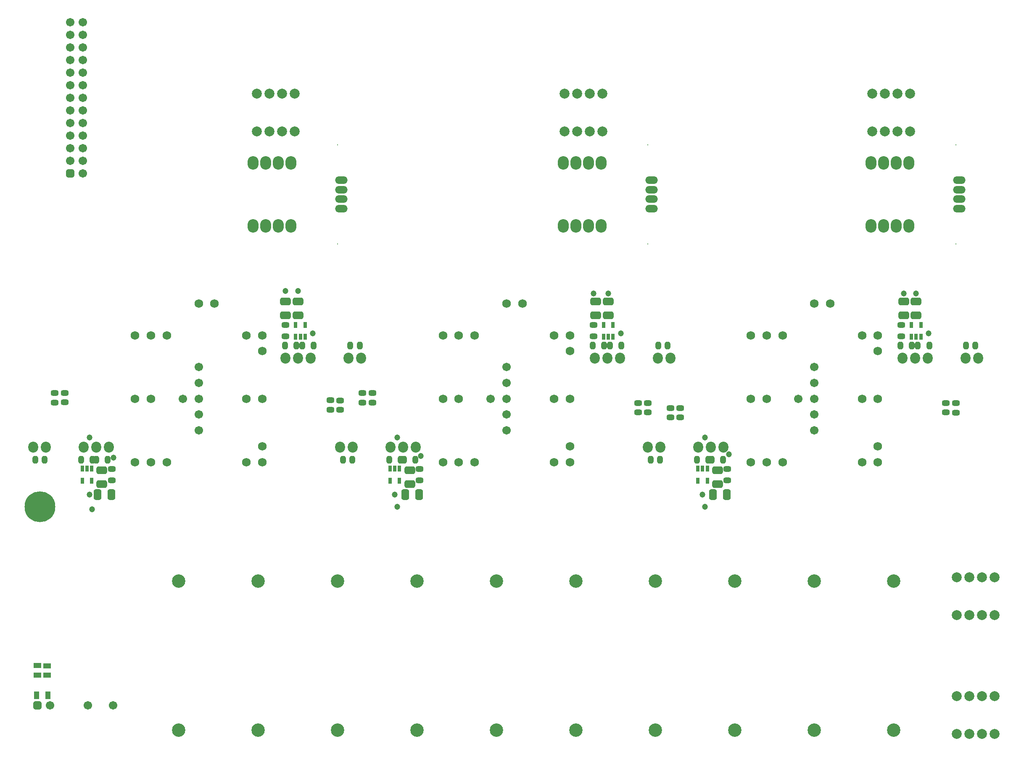
<source format=gbs>
G04*
G04 #@! TF.GenerationSoftware,Altium Limited,Altium Designer,24.1.2 (44)*
G04*
G04 Layer_Color=16711935*
%FSLAX44Y44*%
%MOMM*%
G71*
G04*
G04 #@! TF.SameCoordinates,79274CF1-F64A-4BB2-BB1D-09D00C332B84*
G04*
G04*
G04 #@! TF.FilePolarity,Negative*
G04*
G01*
G75*
%ADD45C,1.2032*%
%ADD46R,1.1032X1.5032*%
G04:AMPARAMS|DCode=50|XSize=2.1532mm|YSize=1.6032mm|CornerRadius=0.4516mm|HoleSize=0mm|Usage=FLASHONLY|Rotation=0.000|XOffset=0mm|YOffset=0mm|HoleType=Round|Shape=RoundedRectangle|*
%AMROUNDEDRECTD50*
21,1,2.1532,0.7000,0,0,0.0*
21,1,1.2500,1.6032,0,0,0.0*
1,1,0.9032,0.6250,-0.3500*
1,1,0.9032,-0.6250,-0.3500*
1,1,0.9032,-0.6250,0.3500*
1,1,0.9032,0.6250,0.3500*
%
%ADD50ROUNDEDRECTD50*%
G04:AMPARAMS|DCode=54|XSize=2.1532mm|YSize=1.6032mm|CornerRadius=0.4516mm|HoleSize=0mm|Usage=FLASHONLY|Rotation=90.000|XOffset=0mm|YOffset=0mm|HoleType=Round|Shape=RoundedRectangle|*
%AMROUNDEDRECTD54*
21,1,2.1532,0.7000,0,0,90.0*
21,1,1.2500,1.6032,0,0,90.0*
1,1,0.9032,0.3500,0.6250*
1,1,0.9032,0.3500,-0.6250*
1,1,0.9032,-0.3500,-0.6250*
1,1,0.9032,-0.3500,0.6250*
%
%ADD54ROUNDEDRECTD54*%
G04:AMPARAMS|DCode=55|XSize=1.1032mm|YSize=1.5032mm|CornerRadius=0.3266mm|HoleSize=0mm|Usage=FLASHONLY|Rotation=180.000|XOffset=0mm|YOffset=0mm|HoleType=Round|Shape=RoundedRectangle|*
%AMROUNDEDRECTD55*
21,1,1.1032,0.8500,0,0,180.0*
21,1,0.4500,1.5032,0,0,180.0*
1,1,0.6532,-0.2250,0.4250*
1,1,0.6532,0.2250,0.4250*
1,1,0.6532,0.2250,-0.4250*
1,1,0.6532,-0.2250,-0.4250*
%
%ADD55ROUNDEDRECTD55*%
G04:AMPARAMS|DCode=56|XSize=1.1032mm|YSize=1.5032mm|CornerRadius=0.3266mm|HoleSize=0mm|Usage=FLASHONLY|Rotation=270.000|XOffset=0mm|YOffset=0mm|HoleType=Round|Shape=RoundedRectangle|*
%AMROUNDEDRECTD56*
21,1,1.1032,0.8500,0,0,270.0*
21,1,0.4500,1.5032,0,0,270.0*
1,1,0.6532,-0.4250,-0.2250*
1,1,0.6532,-0.4250,0.2250*
1,1,0.6532,0.4250,0.2250*
1,1,0.6532,0.4250,-0.2250*
%
%ADD56ROUNDEDRECTD56*%
%ADD59R,1.5032X1.1032*%
%ADD69C,2.7032*%
%ADD70O,2.2032X2.7032*%
%ADD71O,2.5032X1.5032*%
%ADD72C,0.2032*%
%ADD73O,2.0032X2.2032*%
%ADD74C,1.7032*%
G04:AMPARAMS|DCode=75|XSize=1.7032mm|YSize=1.7032mm|CornerRadius=0.4766mm|HoleSize=0mm|Usage=FLASHONLY|Rotation=90.000|XOffset=0mm|YOffset=0mm|HoleType=Round|Shape=RoundedRectangle|*
%AMROUNDEDRECTD75*
21,1,1.7032,0.7500,0,0,90.0*
21,1,0.7500,1.7032,0,0,90.0*
1,1,0.9532,0.3750,0.3750*
1,1,0.9532,0.3750,-0.3750*
1,1,0.9532,-0.3750,-0.3750*
1,1,0.9532,-0.3750,0.3750*
%
%ADD75ROUNDEDRECTD75*%
%ADD76C,2.0032*%
G04:AMPARAMS|DCode=77|XSize=1.7032mm|YSize=1.7032mm|CornerRadius=0.4766mm|HoleSize=0mm|Usage=FLASHONLY|Rotation=0.000|XOffset=0mm|YOffset=0mm|HoleType=Round|Shape=RoundedRectangle|*
%AMROUNDEDRECTD77*
21,1,1.7032,0.7500,0,0,0.0*
21,1,0.7500,1.7032,0,0,0.0*
1,1,0.9532,0.3750,-0.3750*
1,1,0.9532,-0.3750,-0.3750*
1,1,0.9532,-0.3750,0.3750*
1,1,0.9532,0.3750,0.3750*
%
%ADD77ROUNDEDRECTD77*%
%ADD78C,1.7272*%
%ADD79C,6.2032*%
G04:AMPARAMS|DCode=100|XSize=0.7516mm|YSize=1.2016mm|CornerRadius=0.2133mm|HoleSize=0mm|Usage=FLASHONLY|Rotation=0.000|XOffset=0mm|YOffset=0mm|HoleType=Round|Shape=RoundedRectangle|*
%AMROUNDEDRECTD100*
21,1,0.7516,0.7750,0,0,0.0*
21,1,0.3250,1.2016,0,0,0.0*
1,1,0.4266,0.1625,-0.3875*
1,1,0.4266,-0.1625,-0.3875*
1,1,0.4266,-0.1625,0.3875*
1,1,0.4266,0.1625,0.3875*
%
%ADD100ROUNDEDRECTD100*%
D45*
X595000Y850000D02*
D03*
X193758Y599309D02*
D03*
X760000Y525000D02*
D03*
X812801Y602253D02*
D03*
X1385000Y640000D02*
D03*
X145000Y525000D02*
D03*
Y640000D02*
D03*
X1432901Y605678D02*
D03*
X1380000Y525000D02*
D03*
X765000Y640000D02*
D03*
X150000Y495000D02*
D03*
X1215000Y850000D02*
D03*
X1835000D02*
D03*
X1385000Y500000D02*
D03*
X765000D02*
D03*
X1810000Y930000D02*
D03*
X1190000D02*
D03*
X565000Y935000D02*
D03*
X1160000Y930000D02*
D03*
X540000Y935000D02*
D03*
X1785000Y930000D02*
D03*
D46*
X61500Y120000D02*
D03*
X38500D02*
D03*
D50*
X170000Y574000D02*
D03*
Y546000D02*
D03*
X790000Y574000D02*
D03*
Y546000D02*
D03*
X1410000Y574000D02*
D03*
Y546000D02*
D03*
X1810000Y886000D02*
D03*
Y914000D02*
D03*
X1785000D02*
D03*
Y886000D02*
D03*
X565000Y914000D02*
D03*
Y886000D02*
D03*
X1190000Y914000D02*
D03*
Y886000D02*
D03*
X1165000D02*
D03*
Y914000D02*
D03*
X540000Y886000D02*
D03*
Y914000D02*
D03*
D54*
X189000Y525000D02*
D03*
X161000D02*
D03*
X1429000D02*
D03*
X1401000D02*
D03*
X809000D02*
D03*
X781000D02*
D03*
D55*
X689500Y825000D02*
D03*
X670500D02*
D03*
X674500Y595000D02*
D03*
X655500D02*
D03*
X1929500Y825000D02*
D03*
X1910500D02*
D03*
X1294500Y595000D02*
D03*
X1275500D02*
D03*
X771500D02*
D03*
X748500D02*
D03*
X1391500D02*
D03*
X1368500D02*
D03*
X1309500Y825000D02*
D03*
X1290500D02*
D03*
X778500Y595000D02*
D03*
X801500D02*
D03*
X158500D02*
D03*
X181500D02*
D03*
X55000D02*
D03*
X36000D02*
D03*
X1193500Y825000D02*
D03*
X1216500D02*
D03*
X596500D02*
D03*
X573500D02*
D03*
X561500D02*
D03*
X538500D02*
D03*
X1181500D02*
D03*
X1158500D02*
D03*
X1801500D02*
D03*
X1778500D02*
D03*
X1836500D02*
D03*
X1813500D02*
D03*
X1398500Y595000D02*
D03*
X1421500D02*
D03*
X128500D02*
D03*
X151500D02*
D03*
D56*
X1870000Y709500D02*
D03*
Y690500D02*
D03*
X650000Y714500D02*
D03*
Y695500D02*
D03*
X715000Y710500D02*
D03*
Y729500D02*
D03*
X695000Y710500D02*
D03*
Y729500D02*
D03*
X1335000Y680500D02*
D03*
Y699500D02*
D03*
X1315000Y680500D02*
D03*
Y699500D02*
D03*
X630000Y715000D02*
D03*
Y696000D02*
D03*
X1270000Y709500D02*
D03*
Y690500D02*
D03*
X1250000Y709500D02*
D03*
Y690500D02*
D03*
X1890000Y709000D02*
D03*
Y690000D02*
D03*
X1780000Y866500D02*
D03*
Y843500D02*
D03*
X1160000Y866500D02*
D03*
Y843500D02*
D03*
X540000Y866500D02*
D03*
Y843500D02*
D03*
X1430000Y553500D02*
D03*
Y576500D02*
D03*
X810000Y553500D02*
D03*
Y576500D02*
D03*
X190000Y553500D02*
D03*
Y576500D02*
D03*
X95000Y711000D02*
D03*
Y730000D02*
D03*
X75000Y710500D02*
D03*
Y729500D02*
D03*
D59*
X60000Y160500D02*
D03*
Y179500D02*
D03*
X40000Y161000D02*
D03*
Y180000D02*
D03*
D69*
X965000Y350000D02*
D03*
Y50000D02*
D03*
X805000Y350000D02*
D03*
Y50000D02*
D03*
X1765000D02*
D03*
Y350000D02*
D03*
X1605000Y50000D02*
D03*
Y350000D02*
D03*
X1445000Y50000D02*
D03*
Y350000D02*
D03*
X1285000Y50000D02*
D03*
Y350000D02*
D03*
X1125000Y50000D02*
D03*
Y350000D02*
D03*
X645000Y50000D02*
D03*
Y350000D02*
D03*
X485000Y50000D02*
D03*
Y350000D02*
D03*
X325000Y50000D02*
D03*
Y350000D02*
D03*
D70*
X525000Y1193500D02*
D03*
Y1066500D02*
D03*
X550400D02*
D03*
Y1193500D02*
D03*
X474200D02*
D03*
Y1066500D02*
D03*
X499600D02*
D03*
Y1193500D02*
D03*
X1770000D02*
D03*
Y1066500D02*
D03*
X1795400D02*
D03*
Y1193500D02*
D03*
X1719200D02*
D03*
Y1066500D02*
D03*
X1744600D02*
D03*
Y1193500D02*
D03*
X1150000D02*
D03*
Y1066500D02*
D03*
X1175400D02*
D03*
Y1193500D02*
D03*
X1099200D02*
D03*
Y1066500D02*
D03*
X1124600D02*
D03*
Y1193500D02*
D03*
D71*
X652000Y1101430D02*
D03*
Y1120475D02*
D03*
Y1158570D02*
D03*
Y1139520D02*
D03*
X1897000Y1101430D02*
D03*
Y1120475D02*
D03*
Y1158570D02*
D03*
Y1139520D02*
D03*
X1277000Y1101430D02*
D03*
Y1120475D02*
D03*
Y1158570D02*
D03*
Y1139520D02*
D03*
D72*
X645000Y1030000D02*
D03*
Y1230000D02*
D03*
X1890000Y1030000D02*
D03*
Y1230000D02*
D03*
X1270000Y1030000D02*
D03*
Y1230000D02*
D03*
D73*
X692000Y800000D02*
D03*
X666600D02*
D03*
X590400D02*
D03*
X565000D02*
D03*
X539600D02*
D03*
X1782600D02*
D03*
X1808000D02*
D03*
X1833400D02*
D03*
X1909600D02*
D03*
X1935000D02*
D03*
X1315400D02*
D03*
X1290000D02*
D03*
X1213800D02*
D03*
X1188400D02*
D03*
X1163000D02*
D03*
X184400Y620000D02*
D03*
X159000D02*
D03*
X133600D02*
D03*
X57400D02*
D03*
X32000D02*
D03*
X1270000D02*
D03*
X1295400D02*
D03*
X1371600D02*
D03*
X1397000D02*
D03*
X1422400D02*
D03*
X802400D02*
D03*
X777000D02*
D03*
X751600D02*
D03*
X675400D02*
D03*
X650000D02*
D03*
D74*
X131500Y1426600D02*
D03*
X106100D02*
D03*
X131500Y1375800D02*
D03*
Y1350400D02*
D03*
X106100Y1375800D02*
D03*
Y1350400D02*
D03*
X131500Y1325000D02*
D03*
X106100D02*
D03*
X131500Y1299600D02*
D03*
X106100D02*
D03*
X131500Y1248800D02*
D03*
X106100D02*
D03*
X131500Y1223400D02*
D03*
X106100D02*
D03*
X131500Y1172600D02*
D03*
X106100Y1198000D02*
D03*
X131500D02*
D03*
X106100Y1274200D02*
D03*
X131500D02*
D03*
X106100Y1401200D02*
D03*
X131500D02*
D03*
X106100Y1452000D02*
D03*
Y1477400D02*
D03*
X131500Y1452000D02*
D03*
Y1477400D02*
D03*
X192400Y100000D02*
D03*
X141600D02*
D03*
X65400D02*
D03*
X1605000Y782000D02*
D03*
Y718000D02*
D03*
Y686000D02*
D03*
Y654000D02*
D03*
Y750000D02*
D03*
X1573000Y718000D02*
D03*
X985000Y782000D02*
D03*
Y718000D02*
D03*
Y686000D02*
D03*
Y654000D02*
D03*
Y750000D02*
D03*
X953000Y718000D02*
D03*
X365000Y782000D02*
D03*
Y718000D02*
D03*
Y686000D02*
D03*
Y654000D02*
D03*
Y750000D02*
D03*
X333000Y718000D02*
D03*
D75*
X106100Y1172600D02*
D03*
D76*
X1891900Y118100D02*
D03*
X1968100D02*
D03*
X1942700Y41900D02*
D03*
X1917300D02*
D03*
X1891900D02*
D03*
X1968100D02*
D03*
X1917300Y118100D02*
D03*
X1942700D02*
D03*
X1891900Y358100D02*
D03*
X1968100D02*
D03*
X1942700Y281900D02*
D03*
X1917300D02*
D03*
X1891900D02*
D03*
X1968100D02*
D03*
X1917300Y358100D02*
D03*
X1942700D02*
D03*
X507300Y1333100D02*
D03*
X532700D02*
D03*
X481900Y1256900D02*
D03*
X558100D02*
D03*
X532700D02*
D03*
X507300D02*
D03*
X481900Y1333100D02*
D03*
X558100D02*
D03*
X1798100D02*
D03*
X1721900D02*
D03*
X1747300Y1256900D02*
D03*
X1772700D02*
D03*
X1798100D02*
D03*
X1721900D02*
D03*
X1772700Y1333100D02*
D03*
X1747300D02*
D03*
X1178100D02*
D03*
X1101900D02*
D03*
X1127300Y1256900D02*
D03*
X1152700D02*
D03*
X1178100D02*
D03*
X1101900D02*
D03*
X1152700Y1333100D02*
D03*
X1127300D02*
D03*
D77*
X40000Y100000D02*
D03*
D78*
X1637000Y910000D02*
D03*
X1605000D02*
D03*
X1477000Y846000D02*
D03*
Y718000D02*
D03*
X1541000Y590000D02*
D03*
X1701000Y846000D02*
D03*
Y590000D02*
D03*
Y718000D02*
D03*
X1509000D02*
D03*
X1541000Y846000D02*
D03*
X1509000D02*
D03*
X1477000Y590000D02*
D03*
X1509000D02*
D03*
X1733000Y718000D02*
D03*
Y590000D02*
D03*
Y622000D02*
D03*
Y814000D02*
D03*
Y846000D02*
D03*
X1017000Y910000D02*
D03*
X985000D02*
D03*
X857000Y846000D02*
D03*
Y718000D02*
D03*
X921000Y590000D02*
D03*
X1081000Y846000D02*
D03*
Y590000D02*
D03*
Y718000D02*
D03*
X889000D02*
D03*
X921000Y846000D02*
D03*
X889000D02*
D03*
X857000Y590000D02*
D03*
X889000D02*
D03*
X1113000Y718000D02*
D03*
Y590000D02*
D03*
Y622000D02*
D03*
Y814000D02*
D03*
Y846000D02*
D03*
X397000Y910000D02*
D03*
X365000D02*
D03*
X237000Y846000D02*
D03*
Y718000D02*
D03*
X301000Y590000D02*
D03*
X461000Y846000D02*
D03*
Y590000D02*
D03*
Y718000D02*
D03*
X269000D02*
D03*
X301000Y846000D02*
D03*
X269000D02*
D03*
X237000Y590000D02*
D03*
X269000D02*
D03*
X493000Y718000D02*
D03*
Y590000D02*
D03*
Y622000D02*
D03*
Y814000D02*
D03*
Y846000D02*
D03*
D79*
X45000Y500000D02*
D03*
D100*
X1819500Y867000D02*
D03*
X1800500D02*
D03*
Y843000D02*
D03*
X1810000D02*
D03*
X1819500D02*
D03*
X1199500Y867000D02*
D03*
X1180500D02*
D03*
Y843000D02*
D03*
X1190000D02*
D03*
X1199500D02*
D03*
X579500Y867000D02*
D03*
X560500D02*
D03*
Y843000D02*
D03*
X570000D02*
D03*
X579500D02*
D03*
X1370500Y553000D02*
D03*
X1389500D02*
D03*
Y577000D02*
D03*
X1380000D02*
D03*
X1370500D02*
D03*
X750500Y553000D02*
D03*
X769500D02*
D03*
Y577000D02*
D03*
X760000D02*
D03*
X750500D02*
D03*
X130500Y553000D02*
D03*
X149500D02*
D03*
Y577000D02*
D03*
X140000D02*
D03*
X130500D02*
D03*
M02*

</source>
